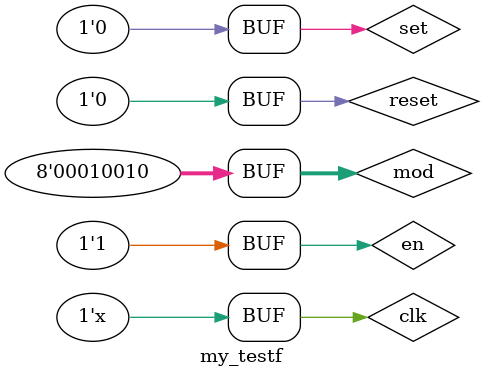
<source format=v>
`timescale 0.1ns / 1ps


module my_testf(

    );
reg clk,reset,en,set;
reg [7:0]mod;

wire[7:0]q1;   
wire flag1;
wire [7:0]mod1;

 
    
cnt mycnt(clk,en,reset,mod,q1,flag1,set,mod1);    
always #1 clk= ~clk;

        
        initial 
    begin
    clk = 1;
    reset=0;
    en = 1;
    set = 0;
    mod = 8'b00010010;


    repeat(5)

    
    #2 set = ~set;
    #2 set = ~set;
    #500 mod=mod+64;
    #1 set = ~set;
    #1 set = ~set;

    end    
 initial 
    begin
    clk = 1;
    reset=0;
    en = 1;
    set = 0;
    mod = 8'b00010010;

    repeat(5)
    #3000 en = ~en;
    #50 en = ~en;
    end       
initial 
    begin
    clk = 1;
    reset=0;
    en = 1;
    set = 0;
    mod = 8'b00010010;

    repeat(3)
    # 400;
    #2 reset = ~reset;
    #2 reset = ~reset;
    end           
    
    
endmodule

</source>
